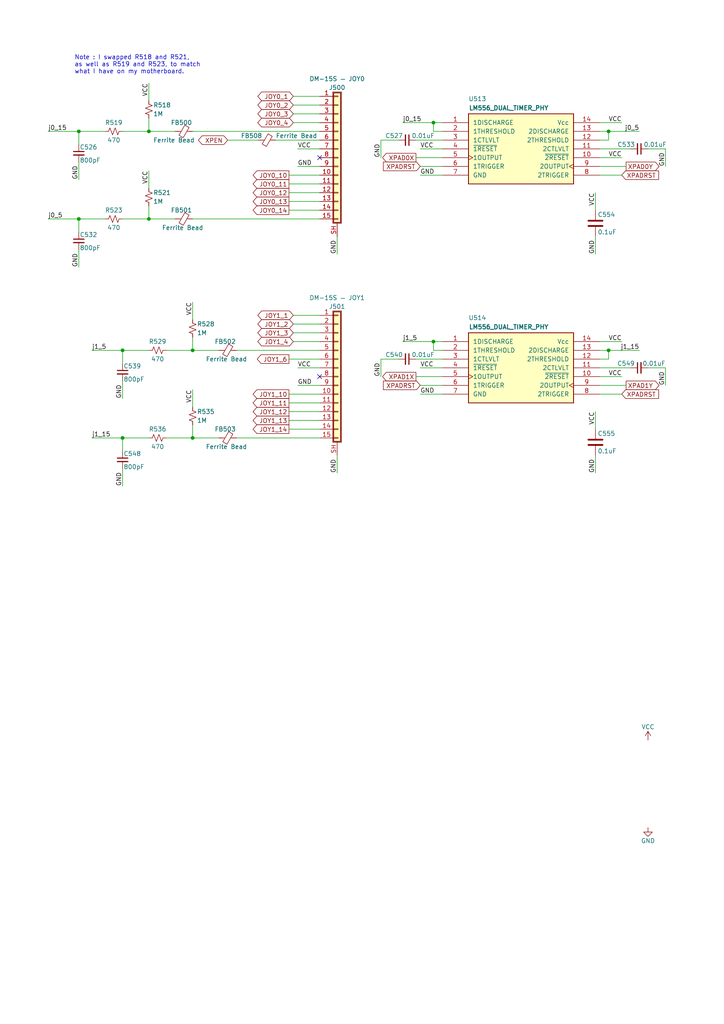
<source format=kicad_sch>
(kicad_sch (version 20230121) (generator eeschema)
  (paper "A4" portrait)
  (title_block (title "ReSTe mignon") (date "2022-07-13") (rev "mk0-0.1") (company "David SPORN") (comment 2 "original repository : https://github.com/sporniket/reste-mignon") (comment 4 "A remake of the Atari STe with some fixes applied and a target size of 25×18cm (B5)"))
  (lib_symbols
    (symbol "Connector_Generic_Shielded:Conn_01x15_Shielded" (pin_names (offset 1.016) hide)
      (property "Reference" "J" (at 0.254 20.066 0))
      (property "Value" "Conn_01x15_Shielded" (at 1.016 -20.066 0))
      (symbol "Conn_01x15_Shielded_1_1"
        (rectangle (start -1.27 19.05) (end 1.27 -19.05) (stroke (width 0.1524)))
        (rectangle (start -1.016 -17.653) (end 0.254 -17.907) (stroke (width 0.1524)))
        (rectangle (start -1.016 -15.113) (end 0.254 -15.367) (stroke (width 0.1524)))
        (rectangle (start -1.016 -12.573) (end 0.254 -12.827) (stroke (width 0.1524)))
        (rectangle (start -1.016 -10.033) (end 0.254 -10.287) (stroke (width 0.1524)))
        (rectangle (start -1.016 -7.493) (end 0.254 -7.747) (stroke (width 0.1524)))
        (rectangle (start -1.016 -4.953) (end 0.254 -5.207) (stroke (width 0.1524)))
        (rectangle (start -1.016 -2.413) (end 0.254 -2.667) (stroke (width 0.1524)))
        (rectangle (start -1.016 0.127) (end 0.254 -0.127) (stroke (width 0.1524)))
        (rectangle (start -1.016 2.667) (end 0.254 2.413) (stroke (width 0.1524)))
        (rectangle (start -1.016 5.207) (end 0.254 4.953) (stroke (width 0.1524)))
        (rectangle (start -1.016 7.747) (end 0.254 7.493) (stroke (width 0.1524)))
        (rectangle (start -1.016 10.287) (end 0.254 10.033) (stroke (width 0.1524)))
        (rectangle (start -1.016 12.827) (end 0.254 12.573) (stroke (width 0.1524)))
        (rectangle (start -1.016 15.367) (end 0.254 15.113) (stroke (width 0.1524)))
        (rectangle (start -1.016 17.907) (end 0.254 17.653) (stroke (width 0.1524)))
        (rectangle (start -1.016 18.796) (end 1.016 -18.796) (stroke (width 0.254)) (fill (type background)))
        (pin passive line (at -5.08 17.78 0) (length 4.064) (name "Pin_1") (number "1"))
        (pin passive line (at -5.08 -5.08 0) (length 4.064) (name "Pin_10") (number "10"))
        (pin passive line (at -5.08 -7.62 0) (length 4.064) (name "Pin_11") (number "11"))
        (pin passive line (at -5.08 -10.16 0) (length 4.064) (name "Pin_12") (number "12"))
        (pin passive line (at -5.08 -12.7 0) (length 4.064) (name "Pin_13") (number "13"))
        (pin passive line (at -5.08 -15.24 0) (length 4.064) (name "Pin_14") (number "14"))
        (pin passive line (at -5.08 -17.78 0) (length 4.064) (name "Pin_15") (number "15"))
        (pin passive line (at -5.08 15.24 0) (length 4.064) (name "Pin_2") (number "2"))
        (pin passive line (at -5.08 12.7 0) (length 4.064) (name "Pin_3") (number "3"))
        (pin passive line (at -5.08 10.16 0) (length 4.064) (name "Pin_4") (number "4"))
        (pin passive line (at -5.08 7.62 0) (length 4.064) (name "Pin_5") (number "5"))
        (pin passive line (at -5.08 5.08 0) (length 4.064) (name "Pin_6") (number "6"))
        (pin passive line (at -5.08 2.54 0) (length 4.064) (name "Pin_7") (number "7"))
        (pin passive line (at -5.08 0 0) (length 4.064) (name "Pin_8") (number "8"))
        (pin passive line (at -5.08 -2.54 0) (length 4.064) (name "Pin_9") (number "9"))
        (pin passive line (at 0 -22.86 90) (length 3.81) (name "Shield") (number "SH"))
      )
    )
    (symbol "Device:C" (pin_numbers hide) (pin_names (offset 0.254))
      (property "Reference" "C" (at 0.635 2.54 0))
      (property "Value" "C" (at 0.635 -2.54 0))
      (symbol "C_0_1"
        (polyline (pts (xy -2.032 -0.762) (xy 2.032 -0.762)) (stroke (width 0.508)))
        (polyline (pts (xy -2.032 0.762) (xy 2.032 0.762)) (stroke (width 0.508)))
      )
      (symbol "C_1_1"
        (pin passive line (at 0 3.81 270) (length 2.794) (name "~") (number "1"))
        (pin passive line (at 0 -3.81 90) (length 2.794) (name "~") (number "2"))
      )
    )
    (symbol "Device:C_Small" (pin_numbers hide) (pin_names (offset 0.254) hide)
      (property "Reference" "C" (at 0.254 1.778 0))
      (property "Value" "C_Small" (at 0.254 -2.032 0))
      (symbol "C_Small_0_1"
        (polyline (pts (xy -1.524 -0.508) (xy 1.524 -0.508)) (stroke (width 0.3302)))
        (polyline (pts (xy -1.524 0.508) (xy 1.524 0.508)) (stroke (width 0.3048)))
      )
      (symbol "C_Small_1_1"
        (pin passive line (at 0 2.54 270) (length 2.032) (name "~") (number "1"))
        (pin passive line (at 0 -2.54 90) (length 2.032) (name "~") (number "2"))
      )
    )
    (symbol "Device:Ferrite_Bead_Small" (pin_numbers hide) (pin_names (offset 0))
      (property "Reference" "FB" (at 1.905 1.27 0))
      (property "Value" "Device_Ferrite_Bead_Small" (at 1.905 -1.27 0))
      (symbol "Ferrite_Bead_Small_0_1"
        (polyline (pts (xy 0 -1.27) (xy 0 -0.7874)))
        (polyline (pts (xy 0 0.889) (xy 0 1.2954)))
        (polyline (pts (xy -1.8288 0.2794) (xy -1.1176 1.4986) (xy 1.8288 -0.2032) (xy 1.1176 -1.4224) (xy -1.8288 0.2794)))
      )
      (symbol "Ferrite_Bead_Small_1_1"
        (pin passive line (at 0 2.54 270) (length 1.27) (name "~") (number "1"))
        (pin passive line (at 0 -2.54 90) (length 1.27) (name "~") (number "2"))
      )
    )
    (symbol "Device:R_Small_US" (pin_numbers hide) (pin_names (offset 0.254) hide)
      (property "Reference" "R" (at 0.762 0.508 0))
      (property "Value" "R_Small_US" (at 0.762 -1.016 0))
      (symbol "R_Small_US_1_1"
        (polyline (pts (xy 0 0) (xy 1.016 -0.381) (xy 0 -0.762) (xy -1.016 -1.143) (xy 0 -1.524)))
        (polyline (pts (xy 0 1.524) (xy 1.016 1.143) (xy 0 0.762) (xy -1.016 0.381) (xy 0 0)))
        (pin passive line (at 0 2.54 270) (length 1.016) (name "~") (number "1"))
        (pin passive line (at 0 -2.54 90) (length 1.016) (name "~") (number "2"))
      )
    )
    (symbol "lm556:LM556_DUAL_TIMER_PHY" (pin_names (offset 1.27))
      (property "Reference" "U" (at -15.24 15.24 0))
      (property "Value" "LM556_DUAL_TIMER_PHY" (at -15.24 12.7 0))
      (symbol "LM556_DUAL_TIMER_PHY_0_0"
        (rectangle (start -15.24 10.16) (end 15.24 -10.16) (stroke (width 0.254)) (fill (type background)))
        (pin input line (at -22.86 7.62 0) (length 7.62) (name "1DISCHARGE") (number "1"))
        (pin input line (at 22.86 -2.54 180) (length 7.62) (name "~{2RESET}") (number "10"))
        (pin input line (at 22.86 0 180) (length 7.62) (name "2CTLVLT") (number "11"))
        (pin input line (at 22.86 2.54 180) (length 7.62) (name "2THRESHOLD") (number "12"))
        (pin input line (at 22.86 5.08 180) (length 7.62) (name "2DISCHARGE") (number "13"))
        (pin power_in line (at 22.86 7.62 180) (length 7.62) (name "Vcc") (number "14"))
        (pin input line (at -22.86 5.08 0) (length 7.62) (name "1THRESHOLD") (number "2"))
        (pin input line (at -22.86 2.54 0) (length 7.62) (name "1CTLVLT") (number "3"))
        (pin input line (at -22.86 0 0) (length 7.62) (name "~{1RESET}") (number "4"))
        (pin output clock (at -22.86 -2.54 0) (length 7.62) (name "1OUTPUT") (number "5"))
        (pin input line (at -22.86 -5.08 0) (length 7.62) (name "1TRIGGER") (number "6"))
        (pin power_in line (at -22.86 -7.62 0) (length 7.62) (name "GND") (number "7"))
        (pin input line (at 22.86 -7.62 180) (length 7.62) (name "2TRIGGER") (number "8"))
        (pin output clock (at 22.86 -5.08 180) (length 7.62) (name "2OUTPUT") (number "9"))
      )
    )
    (symbol "power:GND" (power) (pin_names (offset 0))
      (property "Value" "GND" (at 0 -3.81 0))
      (symbol "GND_0_1"
        (polyline (pts (xy 0 0) (xy 0 -1.27) (xy 1.27 -1.27) (xy 0 -2.54) (xy -1.27 -1.27) (xy 0 -1.27)))
      )
      (symbol "GND_1_1"
        (pin power_in line (at 0 0 270) (length 0) hide (name "GND") (number "1"))
      )
    )
    (symbol "power:VCC" (power) (pin_names (offset 0))
      (property "Value" "VCC" (at 0 3.81 0))
      (symbol "VCC_0_1"
        (polyline (pts (xy -0.762 1.27) (xy 0 2.54)))
        (polyline (pts (xy 0 0) (xy 0 2.54)))
        (polyline (pts (xy 0 2.54) (xy 0.762 1.27)))
      )
      (symbol "VCC_1_1"
        (pin power_in line (at 0 0 90) (length 0) hide (name "VCC") (number "1"))
      )
    )
  )
  (junction (at 176.53 38.1))
  (junction (at 176.53 101.6))
  (junction (at 22.86 38.1))
  (junction (at 125.73 35.56))
  (junction (at 22.86 63.5))
  (junction (at 55.88 127))
  (junction (at 55.88 101.6))
  (junction (at 35.56 101.6))
  (junction (at 43.18 63.5))
  (junction (at 35.56 127))
  (junction (at 43.18 38.1))
  (junction (at 125.73 99.06))
  (no_connect (at 92.71 45.72))
  (no_connect (at 92.71 109.22))
  (wire (pts (xy 26.67 127) (xy 35.56 127)))
  (wire (pts (xy 83.82 119.38) (xy 92.71 119.38)))
  (wire (pts (xy 193.04 111.76) (xy 193.04 106.68)))
  (wire (pts (xy 22.86 67.31) (xy 22.86 63.5)))
  (wire (pts (xy 121.92 43.18) (xy 128.27 43.18)))
  (wire (pts (xy 92.71 30.48) (xy 85.09 30.48)))
  (wire (pts (xy 92.71 99.06) (xy 85.09 99.06)))
  (wire (pts (xy 176.53 101.6) (xy 176.53 104.14)))
  (wire (pts (xy 85.09 96.52) (xy 92.71 96.52)))
  (wire (pts (xy 110.49 45.72) (xy 110.49 40.64)))
  (wire (pts (xy 83.82 50.8) (xy 92.71 50.8)))
  (wire (pts (xy 121.92 106.68) (xy 128.27 106.68)))
  (wire (pts (xy 92.71 35.56) (xy 85.09 35.56)))
  (wire (pts (xy 176.53 38.1) (xy 185.42 38.1)))
  (wire (pts (xy 26.67 101.6) (xy 35.56 101.6)))
  (wire (pts (xy 173.99 45.72) (xy 180.34 45.72)))
  (wire (pts (xy 55.88 101.6) (xy 55.88 97.79)))
  (wire (pts (xy 35.56 140.97) (xy 35.56 135.89)))
  (wire (pts (xy 125.73 38.1) (xy 128.27 38.1)))
  (wire (pts (xy 50.8 38.1) (xy 43.18 38.1)))
  (wire (pts (xy 22.86 41.91) (xy 22.86 38.1)))
  (wire (pts (xy 193.04 106.68) (xy 187.96 106.68)))
  (wire (pts (xy 173.99 111.76) (xy 181.61 111.76)))
  (wire (pts (xy 22.86 77.47) (xy 22.86 72.39)))
  (wire (pts (xy 120.65 40.64) (xy 128.27 40.64)))
  (wire (pts (xy 173.99 50.8) (xy 180.34 50.8)))
  (wire (pts (xy 55.88 63.5) (xy 92.71 63.5)))
  (wire (pts (xy 120.65 104.14) (xy 128.27 104.14)))
  (wire (pts (xy 35.56 101.6) (xy 43.18 101.6)))
  (wire (pts (xy 176.53 38.1) (xy 176.53 40.64)))
  (wire (pts (xy 120.65 45.72) (xy 128.27 45.72)))
  (wire (pts (xy 92.71 121.92) (xy 83.82 121.92)))
  (wire (pts (xy 176.53 104.14) (xy 173.99 104.14)))
  (wire (pts (xy 173.99 35.56) (xy 180.34 35.56)))
  (wire (pts (xy 55.88 87.63) (xy 55.88 92.71)))
  (wire (pts (xy 121.92 48.26) (xy 128.27 48.26)))
  (wire (pts (xy 120.65 109.22) (xy 128.27 109.22)))
  (wire (pts (xy 43.18 38.1) (xy 43.18 34.29)))
  (wire (pts (xy 110.49 109.22) (xy 110.49 104.14)))
  (wire (pts (xy 35.56 105.41) (xy 35.56 101.6)))
  (wire (pts (xy 63.5 101.6) (xy 55.88 101.6)))
  (wire (pts (xy 172.72 132.08) (xy 172.72 137.16)))
  (wire (pts (xy 22.86 63.5) (xy 30.48 63.5)))
  (wire (pts (xy 128.27 35.56) (xy 125.73 35.56)))
  (wire (pts (xy 86.36 111.76) (xy 92.71 111.76)))
  (wire (pts (xy 128.27 101.6) (xy 125.73 101.6)))
  (wire (pts (xy 110.49 40.64) (xy 115.57 40.64)))
  (wire (pts (xy 55.88 38.1) (xy 92.71 38.1)))
  (wire (pts (xy 86.36 43.18) (xy 92.71 43.18)))
  (wire (pts (xy 172.72 68.58) (xy 172.72 73.66)))
  (wire (pts (xy 48.26 101.6) (xy 55.88 101.6)))
  (wire (pts (xy 121.92 114.3) (xy 128.27 114.3)))
  (wire (pts (xy 35.56 130.81) (xy 35.56 127)))
  (wire (pts (xy 13.97 38.1) (xy 22.86 38.1)))
  (wire (pts (xy 125.73 35.56) (xy 125.73 38.1)))
  (wire (pts (xy 172.72 119.38) (xy 172.72 124.46)))
  (wire (pts (xy 121.92 111.76) (xy 128.27 111.76)))
  (wire (pts (xy 116.84 35.56) (xy 125.73 35.56)))
  (wire (pts (xy 110.49 104.14) (xy 115.57 104.14)))
  (wire (pts (xy 43.18 49.53) (xy 43.18 54.61)))
  (wire (pts (xy 97.79 73.66) (xy 97.79 68.58)))
  (wire (pts (xy 92.71 93.98) (xy 85.09 93.98)))
  (wire (pts (xy 187.96 43.18) (xy 193.04 43.18)))
  (wire (pts (xy 83.82 114.3) (xy 92.71 114.3)))
  (wire (pts (xy 50.8 63.5) (xy 43.18 63.5)))
  (wire (pts (xy 13.97 63.5) (xy 22.86 63.5)))
  (wire (pts (xy 92.71 58.42) (xy 83.82 58.42)))
  (wire (pts (xy 35.56 38.1) (xy 43.18 38.1)))
  (wire (pts (xy 80.01 40.64) (xy 92.71 40.64)))
  (wire (pts (xy 173.99 114.3) (xy 180.34 114.3)))
  (wire (pts (xy 121.92 50.8) (xy 128.27 50.8)))
  (wire (pts (xy 83.82 60.96) (xy 92.71 60.96)))
  (wire (pts (xy 85.09 33.02) (xy 92.71 33.02)))
  (wire (pts (xy 55.88 127) (xy 55.88 123.19)))
  (wire (pts (xy 176.53 101.6) (xy 185.42 101.6)))
  (wire (pts (xy 35.56 127) (xy 43.18 127)))
  (wire (pts (xy 92.71 116.84) (xy 83.82 116.84)))
  (wire (pts (xy 173.99 101.6) (xy 176.53 101.6)))
  (wire (pts (xy 83.82 124.46) (xy 92.71 124.46)))
  (wire (pts (xy 86.36 106.68) (xy 92.71 106.68)))
  (wire (pts (xy 173.99 109.22) (xy 180.34 109.22)))
  (wire (pts (xy 125.73 101.6) (xy 125.73 99.06)))
  (wire (pts (xy 22.86 38.1) (xy 30.48 38.1)))
  (wire (pts (xy 85.09 27.94) (xy 92.71 27.94)))
  (wire (pts (xy 63.5 127) (xy 55.88 127)))
  (wire (pts (xy 68.58 127) (xy 92.71 127)))
  (wire (pts (xy 48.26 127) (xy 55.88 127)))
  (wire (pts (xy 173.99 48.26) (xy 181.61 48.26)))
  (wire (pts (xy 97.79 137.16) (xy 97.79 132.08)))
  (wire (pts (xy 35.56 115.57) (xy 35.56 110.49)))
  (wire (pts (xy 68.58 101.6) (xy 92.71 101.6)))
  (wire (pts (xy 43.18 24.13) (xy 43.18 29.21)))
  (wire (pts (xy 83.82 55.88) (xy 92.71 55.88)))
  (wire (pts (xy 35.56 63.5) (xy 43.18 63.5)))
  (wire (pts (xy 173.99 43.18) (xy 182.88 43.18)))
  (wire (pts (xy 176.53 40.64) (xy 173.99 40.64)))
  (wire (pts (xy 172.72 55.88) (xy 172.72 60.96)))
  (wire (pts (xy 55.88 113.03) (xy 55.88 118.11)))
  (wire (pts (xy 86.36 48.26) (xy 92.71 48.26)))
  (wire (pts (xy 193.04 48.26) (xy 193.04 43.18)))
  (wire (pts (xy 74.93 40.64) (xy 66.04 40.64)))
  (wire (pts (xy 116.84 99.06) (xy 125.73 99.06)))
  (wire (pts (xy 85.09 91.44) (xy 92.71 91.44)))
  (wire (pts (xy 173.99 99.06) (xy 180.34 99.06)))
  (wire (pts (xy 92.71 53.34) (xy 83.82 53.34)))
  (wire (pts (xy 173.99 38.1) (xy 176.53 38.1)))
  (wire (pts (xy 173.99 106.68) (xy 182.88 106.68)))
  (wire (pts (xy 43.18 63.5) (xy 43.18 59.69)))
  (wire (pts (xy 125.73 99.06) (xy 128.27 99.06)))
  (wire (pts (xy 83.82 104.14) (xy 92.71 104.14)))
  (wire (pts (xy 22.86 52.07) (xy 22.86 46.99)))
  (text "Note : I swapped R518 and R521, \nas well as R519 and R523, to match \nwhat I have on my motherboard." (at 21.59 21.59 0) (effects (font (size 1.27 1.27)) (justify left bottom)))
  (label "j1_5" (at 116.84 99.06 0))
  (label "GND" (at 97.79 137.16 90))
  (label "GND" (at 97.79 73.66 90))
  (label "GND" (at 121.92 50.8 0))
  (label "VCC" (at 55.88 113.03 270))
  (label "GND" (at 121.92 114.3 0))
  (label "j0_5" (at 13.97 63.5 0))
  (label "GND" (at 86.36 48.26 0))
  (label "GND" (at 110.49 109.22 90))
  (label "j1_15" (at 26.67 127 0))
  (label "GND" (at 193.04 48.26 90))
  (label "j0_5" (at 185.42 38.1 180))
  (label "GND" (at 35.56 115.57 90))
  (label "GND" (at 172.72 137.16 90))
  (label "GND" (at 110.49 45.72 90))
  (label "j1_5" (at 26.67 101.6 0))
  (label "GND" (at 86.36 111.76 0))
  (label "VCC" (at 180.34 109.22 180))
  (label "VCC" (at 43.18 49.53 270))
  (label "GND" (at 22.86 52.07 90))
  (label "GND" (at 35.56 140.97 90))
  (label "GND" (at 172.72 73.66 90))
  (label "GND" (at 22.86 77.47 90))
  (label "VCC" (at 121.92 106.68 0))
  (label "VCC" (at 86.36 43.18 0))
  (label "j0_15" (at 116.84 35.56 0))
  (label "VCC" (at 180.34 99.06 180))
  (label "VCC" (at 172.72 119.38 270))
  (label "VCC" (at 121.92 43.18 0))
  (label "VCC" (at 172.72 55.88 270))
  (label "VCC" (at 43.18 24.13 270))
  (label "VCC" (at 180.34 35.56 180))
  (label "j1_15" (at 185.42 101.6 180))
  (label "VCC" (at 55.88 87.63 270))
  (label "VCC" (at 180.34 45.72 180))
  (label "GND" (at 193.04 111.76 90))
  (label "VCC" (at 86.36 106.68 0))
  (label "j0_15" (at 13.97 38.1 0))
  (global_label "JOY1_6" (shape output) (at 83.82 104.14 180) (property "Intersheetrefs" "${INTERSHEET_REFS}" (effects hide)))
  (global_label "XPAD0Y" (shape output) (at 181.61 48.26 0) (property "Intersheetrefs" "${INTERSHEET_REFS}" (effects hide)))
  (global_label "JOY1_10" (shape output) (at 83.82 114.3 180) (property "Intersheetrefs" "${INTERSHEET_REFS}" (effects hide)))
  (global_label "JOY0_3" (shape bidirectional) (at 85.09 33.02 180) (property "Intersheetrefs" "${INTERSHEET_REFS}" (effects hide)))
  (global_label "JOY0_2" (shape bidirectional) (at 85.09 30.48 180) (property "Intersheetrefs" "${INTERSHEET_REFS}" (effects hide)))
  (global_label "JOY1_3" (shape bidirectional) (at 85.09 96.52 180) (property "Intersheetrefs" "${INTERSHEET_REFS}" (effects hide)))
  (global_label "JOY0_13" (shape output) (at 83.82 58.42 180) (property "Intersheetrefs" "${INTERSHEET_REFS}" (effects hide)))
  (global_label "JOY1_1" (shape bidirectional) (at 85.09 91.44 180) (property "Intersheetrefs" "${INTERSHEET_REFS}" (effects hide)))
  (global_label "JOY0_1" (shape bidirectional) (at 85.09 27.94 180) (property "Intersheetrefs" "${INTERSHEET_REFS}" (effects hide)))
  (global_label "JOY0_12" (shape output) (at 83.82 55.88 180) (property "Intersheetrefs" "${INTERSHEET_REFS}" (effects hide)))
  (global_label "JOY1_12" (shape output) (at 83.82 119.38 180) (property "Intersheetrefs" "${INTERSHEET_REFS}" (effects hide)))
  (global_label "XPAD1X" (shape output) (at 120.65 109.22 180) (property "Intersheetrefs" "${INTERSHEET_REFS}" (effects hide)))
  (global_label "XPADRST" (shape input) (at 121.92 48.26 180) (property "Intersheetrefs" "${INTERSHEET_REFS}" (effects hide)))
  (global_label "JOY0_10" (shape output) (at 83.82 50.8 180) (property "Intersheetrefs" "${INTERSHEET_REFS}" (effects hide)))
  (global_label "XPADRST" (shape input) (at 180.34 114.3 0) (property "Intersheetrefs" "${INTERSHEET_REFS}" (effects hide)))
  (global_label "XPADRST" (shape input) (at 180.34 50.8 0) (property "Intersheetrefs" "${INTERSHEET_REFS}" (effects hide)))
  (global_label "XPEN" (shape bidirectional) (at 66.04 40.64 180) (property "Intersheetrefs" "${INTERSHEET_REFS}" (effects hide)))
  (global_label "JOY1_14" (shape output) (at 83.82 124.46 180) (property "Intersheetrefs" "${INTERSHEET_REFS}" (effects hide)))
  (global_label "XPADRST" (shape input) (at 121.92 111.76 180) (property "Intersheetrefs" "${INTERSHEET_REFS}" (effects hide)))
  (global_label "JOY0_14" (shape output) (at 83.82 60.96 180) (property "Intersheetrefs" "${INTERSHEET_REFS}" (effects hide)))
  (global_label "XPAD1Y" (shape output) (at 181.61 111.76 0) (property "Intersheetrefs" "${INTERSHEET_REFS}" (effects hide)))
  (global_label "JOY0_4" (shape bidirectional) (at 85.09 35.56 180) (property "Intersheetrefs" "${INTERSHEET_REFS}" (effects hide)))
  (global_label "XPAD0X" (shape output) (at 120.65 45.72 180) (property "Intersheetrefs" "${INTERSHEET_REFS}" (effects hide)))
  (global_label "JOY1_13" (shape output) (at 83.82 121.92 180) (property "Intersheetrefs" "${INTERSHEET_REFS}" (effects hide)))
  (global_label "JOY1_4" (shape bidirectional) (at 85.09 99.06 180) (property "Intersheetrefs" "${INTERSHEET_REFS}" (effects hide)))
  (global_label "JOY1_11" (shape output) (at 83.82 116.84 180) (property "Intersheetrefs" "${INTERSHEET_REFS}" (effects hide)))
  (global_label "JOY1_2" (shape bidirectional) (at 85.09 93.98 180) (property "Intersheetrefs" "${INTERSHEET_REFS}" (effects hide)))
  (global_label "JOY0_11" (shape output) (at 83.82 53.34 180) (property "Intersheetrefs" "${INTERSHEET_REFS}" (effects hide)))
  (symbol (lib_id "lm556:LM556_DUAL_TIMER_PHY") (at 151.13 43.18 0) (unit 1)
    (property "Reference" "U513" (at 135.89 27.94 0) (effects (justify left top)))
    (property "Value" "LM556_DUAL_TIMER_PHY" (at 135.89 30.48 0) (effects (font bold) (justify left top)))
    (property "Footprint" "Package_DIP:DIP-14_W7.62mm_LongPads" (effects hide))
    (property "Datasheet" "http://www.applelogic.org/files/LM556.pdf" (effects hide))
  )
  (symbol (lib_id "lm556:LM556_DUAL_TIMER_PHY") (at 151.13 106.68 0) (unit 1)
    (property "Reference" "U514" (at 135.89 91.44 0) (effects (justify left top)))
    (property "Value" "LM556_DUAL_TIMER_PHY" (at 135.89 93.98 0) (effects (font bold) (justify left top)))
    (property "Footprint" "Package_DIP:DIP-14_W7.62mm_LongPads" (effects hide))
    (property "Datasheet" "http://www.applelogic.org/files/LM556.pdf" (effects hide))
  )
  (symbol (lib_id "Connector_Generic_Shielded:Conn_01x15_Shielded") (at 97.79 109.22 0) (unit 1)
    (property "Reference" "J501" (at 97.79 88.9 0))
    (property "Value" "DM-15S — JOY1" (at 97.79 86.36 0))
    (property "Footprint" "commons-interconnect_THT:DSUB-15-HD_Female_Horizontal_P2.29x1.98mm_EdgePinOffset8.35mm_Housed_MountingHolesOffset10.89mm" (effects hide))
  )
  (symbol (lib_id "Connector_Generic_Shielded:Conn_01x15_Shielded") (at 97.79 45.72 0) (unit 1)
    (property "Reference" "J500" (at 97.79 25.4 0))
    (property "Value" "DM-15S — JOY0" (at 97.79 22.86 0))
    (property "Footprint" "commons-interconnect_THT:DSUB-15-HD_Female_Horizontal_P2.29x1.98mm_EdgePinOffset8.35mm_Housed_MountingHolesOffset10.89mm" (effects hide))
  )
  (symbol (lib_id "Device:Ferrite_Bead_Small") (at 53.34 38.1 270) (unit 1)
    (property "Reference" "FB500" (at 49.53 35.56 90) (effects (justify left)))
    (property "Value" "Ferrite Bead" (at 44.45 40.64 90) (effects (justify left)))
    (property "Footprint" "Inductor_SMD:L_1206_3216Metric_Pad1.22x1.90mm_HandSolder" (effects hide))
  )
  (symbol (lib_id "Device:Ferrite_Bead_Small") (at 53.34 63.5 270) (unit 1)
    (property "Reference" "FB501" (at 49.53 60.96 90) (effects (justify left)))
    (property "Value" "Ferrite Bead" (at 46.99 66.04 90) (effects (justify left)))
    (property "Footprint" "Inductor_SMD:L_1206_3216Metric_Pad1.22x1.90mm_HandSolder" (effects hide))
  )
  (symbol (lib_id "Device:Ferrite_Bead_Small") (at 66.04 101.6 270) (unit 1)
    (property "Reference" "FB502" (at 62.23 99.06 90) (effects (justify left)))
    (property "Value" "Ferrite Bead" (at 59.69 104.14 90) (effects (justify left)))
    (property "Footprint" "Inductor_SMD:L_1206_3216Metric_Pad1.22x1.90mm_HandSolder" (effects hide))
  )
  (symbol (lib_id "Device:Ferrite_Bead_Small") (at 66.04 127 270) (unit 1)
    (property "Reference" "FB503" (at 62.23 124.46 90) (effects (justify left)))
    (property "Value" "Ferrite Bead" (at 59.69 129.54 90) (effects (justify left)))
    (property "Footprint" "Inductor_SMD:L_1206_3216Metric_Pad1.22x1.90mm_HandSolder" (effects hide))
  )
  (symbol (lib_id "Device:R_Small_US") (at 43.18 57.15 0) (unit 1)
    (property "Reference" "R521" (at 44.45 55.88 0) (effects (justify left)))
    (property "Value" "1M" (at 44.45 58.42 0) (effects (justify left)))
    (property "Footprint" "Resistor_SMD:R_1206_3216Metric_Pad1.30x1.75mm_HandSolder" (effects hide))
  )
  (symbol (lib_id "Device:R_Small_US") (at 43.18 31.75 0) (unit 1)
    (property "Reference" "R518" (at 44.45 30.48 0) (effects (justify left)))
    (property "Value" "1M" (at 44.45 33.02 0) (effects (justify left)))
    (property "Footprint" "Resistor_SMD:R_1206_3216Metric_Pad1.30x1.75mm_HandSolder" (effects hide))
  )
  (symbol (lib_id "Device:R_Small_US") (at 55.88 95.25 0) (unit 1)
    (property "Reference" "R528" (at 57.15 93.98 0) (effects (justify left)))
    (property "Value" "1M" (at 57.15 96.52 0) (effects (justify left)))
    (property "Footprint" "Resistor_SMD:R_1206_3216Metric_Pad1.30x1.75mm_HandSolder" (effects hide))
  )
  (symbol (lib_id "Device:R_Small_US") (at 55.88 120.65 0) (unit 1)
    (property "Reference" "R535" (at 57.15 119.38 0) (effects (justify left)))
    (property "Value" "1M" (at 57.15 121.92 0) (effects (justify left)))
    (property "Footprint" "Resistor_SMD:R_1206_3216Metric_Pad1.30x1.75mm_HandSolder" (effects hide))
  )
  (symbol (lib_id "Device:R_Small_US") (at 33.02 63.5 270) (unit 1)
    (property "Reference" "R523" (at 33.02 60.96 90))
    (property "Value" "470" (at 33.02 66.04 90))
    (property "Footprint" "Resistor_SMD:R_1206_3216Metric_Pad1.30x1.75mm_HandSolder" (effects hide))
  )
  (symbol (lib_id "Device:R_Small_US") (at 33.02 38.1 270) (unit 1)
    (property "Reference" "R519" (at 33.02 35.56 90))
    (property "Value" "470" (at 33.02 40.64 90))
    (property "Footprint" "Resistor_SMD:R_1206_3216Metric_Pad1.30x1.75mm_HandSolder" (effects hide))
  )
  (symbol (lib_id "Device:R_Small_US") (at 45.72 101.6 270) (unit 1)
    (property "Reference" "R529" (at 45.72 99.06 90))
    (property "Value" "470" (at 45.72 104.14 90))
    (property "Footprint" "Resistor_SMD:R_1206_3216Metric_Pad1.30x1.75mm_HandSolder" (effects hide))
  )
  (symbol (lib_id "Device:R_Small_US") (at 45.72 127 270) (unit 1)
    (property "Reference" "R536" (at 45.72 124.46 90))
    (property "Value" "470" (at 45.72 129.54 90))
    (property "Footprint" "Resistor_SMD:R_1206_3216Metric_Pad1.30x1.75mm_HandSolder" (effects hide))
  )
  (symbol (lib_id "Device:C_Small") (at 22.86 69.85 0) (unit 1)
    (property "Reference" "C532" (at 23.114 68.072 0) (effects (justify left)))
    (property "Value" "800pF" (at 23.114 71.882 0) (effects (justify left)))
    (property "Footprint" "Capacitor_SMD:C_1206_3216Metric_Pad1.33x1.80mm_HandSolder" (effects hide))
  )
  (symbol (lib_id "Device:C_Small") (at 22.86 44.45 0) (unit 1)
    (property "Reference" "C526" (at 23.114 42.672 0) (effects (justify left)))
    (property "Value" "800pF" (at 23.114 46.482 0) (effects (justify left)))
    (property "Footprint" "Capacitor_SMD:C_1206_3216Metric_Pad1.33x1.80mm_HandSolder" (effects hide))
  )
  (symbol (lib_id "Device:C_Small") (at 35.56 107.95 0) (unit 1)
    (property "Reference" "C539" (at 35.814 106.172 0) (effects (justify left)))
    (property "Value" "800pF" (at 35.814 109.982 0) (effects (justify left)))
    (property "Footprint" "Capacitor_SMD:C_1206_3216Metric_Pad1.33x1.80mm_HandSolder" (effects hide))
  )
  (symbol (lib_id "Device:C_Small") (at 35.56 133.35 0) (unit 1)
    (property "Reference" "C548" (at 35.814 131.572 0) (effects (justify left)))
    (property "Value" "800pF" (at 35.814 135.382 0) (effects (justify left)))
    (property "Footprint" "Capacitor_SMD:C_1206_3216Metric_Pad1.33x1.80mm_HandSolder" (effects hide))
  )
  (symbol (lib_id "Device:C_Small") (at 118.11 40.64 270) (unit 1)
    (property "Reference" "C527" (at 111.76 39.37 90) (effects (justify left)))
    (property "Value" "0.01uF" (at 119.38 39.37 90) (effects (justify left)))
    (property "Footprint" "Capacitor_SMD:C_1206_3216Metric_Pad1.33x1.80mm_HandSolder" (effects hide))
  )
  (symbol (lib_id "Device:C_Small") (at 185.42 43.18 270) (unit 1)
    (property "Reference" "C533" (at 179.07 41.91 90) (effects (justify left)))
    (property "Value" "0.01uF" (at 186.69 41.91 90) (effects (justify left)))
    (property "Footprint" "Capacitor_SMD:C_1206_3216Metric_Pad1.33x1.80mm_HandSolder" (effects hide))
  )
  (symbol (lib_id "Device:C_Small") (at 118.11 104.14 270) (unit 1)
    (property "Reference" "C540" (at 111.76 102.87 90) (effects (justify left)))
    (property "Value" "0.01uF" (at 119.38 102.87 90) (effects (justify left)))
    (property "Footprint" "Capacitor_SMD:C_1206_3216Metric_Pad1.33x1.80mm_HandSolder" (effects hide))
  )
  (symbol (lib_id "Device:C_Small") (at 185.42 106.68 90) (unit 1)
    (property "Reference" "C549" (at 184.15 105.41 90) (effects (justify left)))
    (property "Value" "0.01uF" (at 193.04 105.41 90) (effects (justify left)))
    (property "Footprint" "Capacitor_SMD:C_1206_3216Metric_Pad1.33x1.80mm_HandSolder" (effects hide))
  )
  (symbol (lib_id "Device:Ferrite_Bead_Small") (at 77.47 40.64 270) (unit 1)
    (property "Reference" "FB508" (at 69.85 39.37 90) (effects (justify left)))
    (property "Value" "Ferrite Bead" (at 80.01 39.37 90) (effects (justify left)))
    (property "Footprint" "Inductor_SMD:L_1206_3216Metric_Pad1.22x1.90mm_HandSolder" (effects hide))
  )
  (symbol (lib_id "Device:C") (at 172.72 64.77 0) (unit 1)
    (property "Reference" "C554" (at 173.355 62.23 0) (effects (justify left)))
    (property "Value" "0.1uF" (at 173.355 67.31 0) (effects (justify left)))
    (property "Footprint" "Capacitor_SMD:C_1206_3216Metric_Pad1.33x1.80mm_HandSolder" (effects hide))
  )
  (symbol (lib_id "Device:C") (at 172.72 128.27 0) (unit 1)
    (property "Reference" "C555" (at 173.355 125.73 0) (effects (justify left)))
    (property "Value" "0.1uF" (at 173.355 130.81 0) (effects (justify left)))
    (property "Footprint" "Capacitor_SMD:C_1206_3216Metric_Pad1.33x1.80mm_HandSolder" (effects hide))
  )
  (symbol (lib_id "power:VCC") (at 187.96 214.63 0) (unit 1)
    (property "Reference" "#PWR0140" (effects hide))
    (property "Value" "VCC" (at 187.96 210.82 0))
  )
  (symbol (lib_id "power:GND") (at 187.96 240.03 0) (unit 1)
    (property "Reference" "#PWR0141" (effects hide))
    (property "Value" "GND" (at 187.96 243.84 0))
  )
)
</source>
